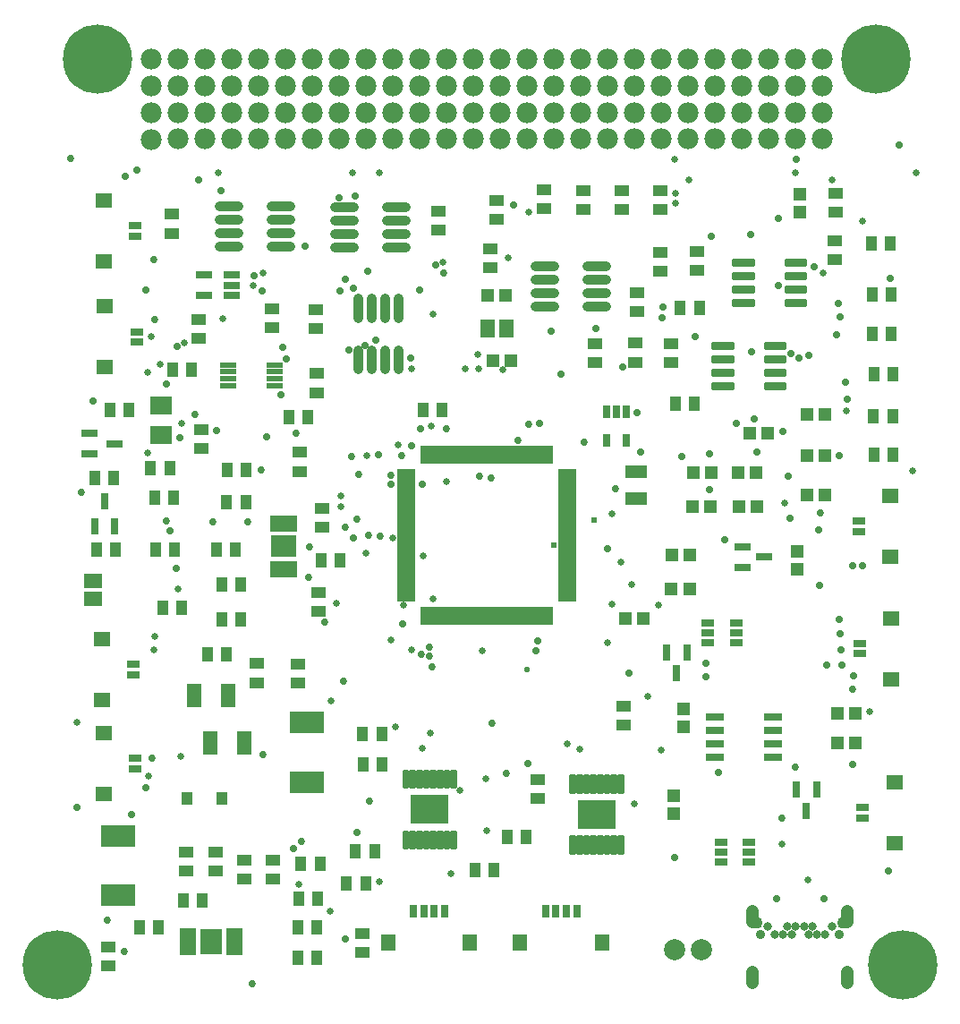
<source format=gbr>
G04 EAGLE Gerber RS-274X export*
G75*
%MOMM*%
%FSLAX34Y34*%
%LPD*%
%INSoldermask Bottom*%
%IPPOS*%
%AMOC8*
5,1,8,0,0,1.08239X$1,22.5*%
G01*
%ADD10R,1.003200X1.403200*%
%ADD11R,1.403200X1.003200*%
%ADD12R,1.403200X2.203200*%
%ADD13R,1.303200X1.203200*%
%ADD14R,1.016000X1.244600*%
%ADD15C,6.553200*%
%ADD16C,1.981200*%
%ADD17R,1.203200X0.753200*%
%ADD18R,1.503200X1.463200*%
%ADD19R,0.753200X1.203200*%
%ADD20R,1.463200X1.503200*%
%ADD21R,1.343200X1.673200*%
%ADD22R,1.203200X1.303200*%
%ADD23C,0.306600*%
%ADD24R,3.603200X2.683200*%
%ADD25R,1.524000X0.762000*%
%ADD26R,0.762000X1.524000*%
%ADD27R,1.676400X0.482600*%
%ADD28R,0.482600X1.676400*%
%ADD29R,1.524000X0.609600*%
%ADD30R,0.482600X1.600200*%
%ADD31R,2.362200X2.133600*%
%ADD32R,1.600200X0.482600*%
%ADD33R,2.133600X2.362200*%
%ADD34R,0.762000X1.625600*%
%ADD35C,0.903200*%
%ADD36C,0.803200*%
%ADD37C,1.203200*%
%ADD38C,1.103200*%
%ADD39C,0.903200*%
%ADD40R,2.103200X1.303200*%
%ADD41R,3.200400X2.159000*%
%ADD42R,1.663700X0.762000*%
%ADD43R,1.193800X0.711200*%
%ADD44R,0.711200X1.181100*%
%ADD45R,1.673200X1.403200*%
%ADD46C,0.353406*%
%ADD47R,1.524000X0.711200*%
%ADD48R,2.003200X1.803200*%
%ADD49C,0.660400*%
%ADD50C,0.584200*%
%ADD51C,0.728200*%
%ADD52C,0.698500*%
%ADD53C,0.698200*%
%ADD54C,2.003200*%
%ADD55C,0.736600*%
%ADD56C,0.653200*%
%ADD57C,0.713200*%
%ADD58C,0.622300*%


D10*
X281252Y146464D03*
X299252Y146464D03*
D11*
X158916Y742794D03*
X158916Y760794D03*
D10*
X396870Y575684D03*
X414870Y575684D03*
D11*
X460114Y728057D03*
X460114Y710057D03*
X278750Y335467D03*
X278750Y317467D03*
X298142Y402939D03*
X298142Y384939D03*
X280119Y517690D03*
X280119Y535690D03*
D10*
X224053Y410625D03*
X206053Y410625D03*
D12*
X180335Y305671D03*
X212335Y305671D03*
D10*
X160739Y492588D03*
X142739Y492588D03*
X156839Y520508D03*
X138839Y520508D03*
X168597Y388696D03*
X150597Y388696D03*
X161740Y443314D03*
X143740Y443314D03*
D11*
X255016Y131970D03*
X255016Y149970D03*
D10*
X146668Y86106D03*
X128668Y86106D03*
D11*
X99060Y49674D03*
X99060Y67674D03*
D10*
X278274Y86444D03*
X296274Y86444D03*
D11*
X172212Y139590D03*
X172212Y157590D03*
D12*
X195592Y260652D03*
X227592Y260652D03*
D10*
X228975Y488901D03*
X210975Y488901D03*
D13*
X462670Y622046D03*
X479670Y622046D03*
X457844Y684530D03*
X474844Y684530D03*
X759955Y495173D03*
X776955Y495173D03*
X759862Y532916D03*
X776862Y532916D03*
X759914Y571473D03*
X776914Y571473D03*
X722846Y553481D03*
X705846Y553481D03*
X711732Y516801D03*
X694732Y516801D03*
X669417Y516496D03*
X652417Y516496D03*
X669054Y484138D03*
X652054Y484138D03*
D11*
X295854Y610089D03*
X295854Y592089D03*
D10*
X269547Y569183D03*
X287547Y569183D03*
X192848Y344325D03*
X210848Y344325D03*
D14*
X206050Y208602D03*
X173030Y208602D03*
D15*
X50800Y50800D03*
X850900Y50800D03*
X825500Y908050D03*
X88900Y908050D03*
D16*
X774700Y908050D03*
X774700Y882650D03*
X139700Y908050D03*
X139700Y882650D03*
X749300Y908050D03*
X749300Y882650D03*
X723900Y908050D03*
X723900Y882650D03*
X698500Y908050D03*
X698500Y882650D03*
X673100Y908050D03*
X673100Y882650D03*
X647700Y908050D03*
X647700Y882650D03*
X622300Y908050D03*
X622300Y882650D03*
X596900Y908050D03*
X596900Y882650D03*
X571500Y908050D03*
X571500Y882650D03*
X546100Y908050D03*
X546100Y882650D03*
X520700Y908050D03*
X520700Y882650D03*
X495300Y908050D03*
X495300Y882650D03*
X469900Y908050D03*
X469900Y882650D03*
X444500Y908050D03*
X444500Y882650D03*
X419100Y908050D03*
X419100Y882650D03*
X393700Y908050D03*
X393700Y882650D03*
X368300Y908050D03*
X368300Y882650D03*
X342900Y908050D03*
X342900Y882650D03*
X317500Y908050D03*
X317500Y882650D03*
X292100Y908050D03*
X292100Y882650D03*
X266700Y908050D03*
X266700Y882650D03*
X241300Y908050D03*
X241300Y882650D03*
X215900Y908050D03*
X215900Y882650D03*
X190500Y908050D03*
X190500Y882650D03*
X165100Y908050D03*
X165100Y882650D03*
X774700Y857250D03*
X774700Y832231D03*
X139700Y857250D03*
X139700Y831850D03*
X749300Y857250D03*
X749300Y832231D03*
X723900Y857250D03*
X723900Y832231D03*
X698500Y857250D03*
X698500Y832231D03*
X673100Y857250D03*
X673100Y832231D03*
X647700Y857250D03*
X647700Y832231D03*
X622300Y857250D03*
X622300Y832231D03*
X596900Y857250D03*
X596900Y832231D03*
X571500Y857250D03*
X571500Y832231D03*
X546100Y857250D03*
X546100Y832231D03*
X520700Y857250D03*
X520700Y832231D03*
X495300Y857250D03*
X495300Y832231D03*
X469900Y857250D03*
X469900Y832231D03*
X444500Y857250D03*
X444500Y832231D03*
X419100Y857250D03*
X419100Y832231D03*
X393700Y857250D03*
X393700Y832231D03*
X368300Y857250D03*
X368300Y832231D03*
X342900Y857250D03*
X342900Y832231D03*
X317500Y857250D03*
X317500Y832231D03*
X292100Y857250D03*
X292100Y832231D03*
X266700Y857250D03*
X266700Y832231D03*
X241300Y857250D03*
X241300Y832231D03*
X215900Y857250D03*
X215900Y832231D03*
X190500Y857250D03*
X190500Y832231D03*
X165100Y857250D03*
X165100Y832231D03*
D17*
X809709Y355117D03*
X809709Y345117D03*
D18*
X839609Y378867D03*
X839609Y321317D03*
D17*
X812800Y199748D03*
X812800Y189748D03*
D18*
X842700Y223498D03*
X842700Y165948D03*
D17*
X125576Y639802D03*
X125576Y649802D03*
D18*
X95676Y616052D03*
X95676Y673602D03*
D17*
X124460Y739979D03*
X124460Y749979D03*
D18*
X94560Y716229D03*
X94560Y773779D03*
D19*
X542455Y101693D03*
X532455Y101693D03*
X522455Y101693D03*
X512455Y101693D03*
D20*
X566205Y71793D03*
X488655Y71793D03*
D19*
X417413Y101777D03*
X407413Y101777D03*
X397413Y101777D03*
X387413Y101777D03*
D20*
X441163Y71877D03*
X363613Y71877D03*
D21*
X457952Y652526D03*
X475752Y652526D03*
D13*
X631760Y406092D03*
X648760Y406092D03*
D22*
X634239Y211108D03*
X634239Y194108D03*
D13*
X788860Y261233D03*
X805860Y261233D03*
X805960Y288904D03*
X788960Y288904D03*
D11*
X239684Y317783D03*
X239684Y335783D03*
D10*
X201353Y443791D03*
X219353Y443791D03*
X229455Y519027D03*
X211455Y519027D03*
X224053Y377606D03*
X206053Y377606D03*
D11*
X586570Y295851D03*
X586570Y277851D03*
X504952Y225916D03*
X504952Y207916D03*
D10*
X463914Y140716D03*
X445914Y140716D03*
X324422Y128278D03*
X342422Y128278D03*
X187942Y112200D03*
X169942Y112200D03*
D11*
X227584Y150224D03*
X227584Y132224D03*
D10*
X278867Y113538D03*
X296867Y113538D03*
D11*
X200406Y139844D03*
X200406Y157844D03*
D10*
X840064Y685082D03*
X822064Y685082D03*
D13*
X712323Y484740D03*
X695323Y484740D03*
D10*
X476140Y171704D03*
X494140Y171704D03*
X332776Y158458D03*
X350776Y158458D03*
X177630Y613713D03*
X159630Y613713D03*
D11*
X186883Y557114D03*
X186883Y539114D03*
X295406Y670536D03*
X295406Y652536D03*
X253365Y653486D03*
X253365Y671486D03*
D13*
X605400Y378460D03*
X588400Y378460D03*
D22*
X750993Y424745D03*
X750993Y441745D03*
D13*
X649460Y439030D03*
X632460Y439030D03*
D23*
X585369Y171673D02*
X585369Y157007D01*
X582303Y157007D01*
X582303Y171673D01*
X585369Y171673D01*
X585369Y159920D02*
X582303Y159920D01*
X582303Y162833D02*
X585369Y162833D01*
X585369Y165746D02*
X582303Y165746D01*
X582303Y168659D02*
X585369Y168659D01*
X585369Y171572D02*
X582303Y171572D01*
X578869Y171673D02*
X578869Y157007D01*
X575803Y157007D01*
X575803Y171673D01*
X578869Y171673D01*
X578869Y159920D02*
X575803Y159920D01*
X575803Y162833D02*
X578869Y162833D01*
X578869Y165746D02*
X575803Y165746D01*
X575803Y168659D02*
X578869Y168659D01*
X578869Y171572D02*
X575803Y171572D01*
X572369Y171673D02*
X572369Y157007D01*
X569303Y157007D01*
X569303Y171673D01*
X572369Y171673D01*
X572369Y159920D02*
X569303Y159920D01*
X569303Y162833D02*
X572369Y162833D01*
X572369Y165746D02*
X569303Y165746D01*
X569303Y168659D02*
X572369Y168659D01*
X572369Y171572D02*
X569303Y171572D01*
X565869Y171673D02*
X565869Y157007D01*
X562803Y157007D01*
X562803Y171673D01*
X565869Y171673D01*
X565869Y159920D02*
X562803Y159920D01*
X562803Y162833D02*
X565869Y162833D01*
X565869Y165746D02*
X562803Y165746D01*
X562803Y168659D02*
X565869Y168659D01*
X565869Y171572D02*
X562803Y171572D01*
X559369Y171673D02*
X559369Y157007D01*
X556303Y157007D01*
X556303Y171673D01*
X559369Y171673D01*
X559369Y159920D02*
X556303Y159920D01*
X556303Y162833D02*
X559369Y162833D01*
X559369Y165746D02*
X556303Y165746D01*
X556303Y168659D02*
X559369Y168659D01*
X559369Y171572D02*
X556303Y171572D01*
X552869Y171673D02*
X552869Y157007D01*
X549803Y157007D01*
X549803Y171673D01*
X552869Y171673D01*
X552869Y159920D02*
X549803Y159920D01*
X549803Y162833D02*
X552869Y162833D01*
X552869Y165746D02*
X549803Y165746D01*
X549803Y168659D02*
X552869Y168659D01*
X552869Y171572D02*
X549803Y171572D01*
X546369Y171673D02*
X546369Y157007D01*
X543303Y157007D01*
X543303Y171673D01*
X546369Y171673D01*
X546369Y159920D02*
X543303Y159920D01*
X543303Y162833D02*
X546369Y162833D01*
X546369Y165746D02*
X543303Y165746D01*
X543303Y168659D02*
X546369Y168659D01*
X546369Y171572D02*
X543303Y171572D01*
X539869Y171673D02*
X539869Y157007D01*
X536803Y157007D01*
X536803Y171673D01*
X539869Y171673D01*
X539869Y159920D02*
X536803Y159920D01*
X536803Y162833D02*
X539869Y162833D01*
X539869Y165746D02*
X536803Y165746D01*
X536803Y168659D02*
X539869Y168659D01*
X539869Y171572D02*
X536803Y171572D01*
X539869Y214407D02*
X539869Y229073D01*
X539869Y214407D02*
X536803Y214407D01*
X536803Y229073D01*
X539869Y229073D01*
X539869Y217320D02*
X536803Y217320D01*
X536803Y220233D02*
X539869Y220233D01*
X539869Y223146D02*
X536803Y223146D01*
X536803Y226059D02*
X539869Y226059D01*
X539869Y228972D02*
X536803Y228972D01*
X546369Y229073D02*
X546369Y214407D01*
X543303Y214407D01*
X543303Y229073D01*
X546369Y229073D01*
X546369Y217320D02*
X543303Y217320D01*
X543303Y220233D02*
X546369Y220233D01*
X546369Y223146D02*
X543303Y223146D01*
X543303Y226059D02*
X546369Y226059D01*
X546369Y228972D02*
X543303Y228972D01*
X552869Y229073D02*
X552869Y214407D01*
X549803Y214407D01*
X549803Y229073D01*
X552869Y229073D01*
X552869Y217320D02*
X549803Y217320D01*
X549803Y220233D02*
X552869Y220233D01*
X552869Y223146D02*
X549803Y223146D01*
X549803Y226059D02*
X552869Y226059D01*
X552869Y228972D02*
X549803Y228972D01*
X559369Y229073D02*
X559369Y214407D01*
X556303Y214407D01*
X556303Y229073D01*
X559369Y229073D01*
X559369Y217320D02*
X556303Y217320D01*
X556303Y220233D02*
X559369Y220233D01*
X559369Y223146D02*
X556303Y223146D01*
X556303Y226059D02*
X559369Y226059D01*
X559369Y228972D02*
X556303Y228972D01*
X565869Y229073D02*
X565869Y214407D01*
X562803Y214407D01*
X562803Y229073D01*
X565869Y229073D01*
X565869Y217320D02*
X562803Y217320D01*
X562803Y220233D02*
X565869Y220233D01*
X565869Y223146D02*
X562803Y223146D01*
X562803Y226059D02*
X565869Y226059D01*
X565869Y228972D02*
X562803Y228972D01*
X572369Y229073D02*
X572369Y214407D01*
X569303Y214407D01*
X569303Y229073D01*
X572369Y229073D01*
X572369Y217320D02*
X569303Y217320D01*
X569303Y220233D02*
X572369Y220233D01*
X572369Y223146D02*
X569303Y223146D01*
X569303Y226059D02*
X572369Y226059D01*
X572369Y228972D02*
X569303Y228972D01*
X578869Y229073D02*
X578869Y214407D01*
X575803Y214407D01*
X575803Y229073D01*
X578869Y229073D01*
X578869Y217320D02*
X575803Y217320D01*
X575803Y220233D02*
X578869Y220233D01*
X578869Y223146D02*
X575803Y223146D01*
X575803Y226059D02*
X578869Y226059D01*
X578869Y228972D02*
X575803Y228972D01*
X585369Y229073D02*
X585369Y214407D01*
X582303Y214407D01*
X582303Y229073D01*
X585369Y229073D01*
X585369Y217320D02*
X582303Y217320D01*
X582303Y220233D02*
X585369Y220233D01*
X585369Y223146D02*
X582303Y223146D01*
X582303Y226059D02*
X585369Y226059D01*
X585369Y228972D02*
X582303Y228972D01*
D24*
X561086Y193040D03*
D25*
X699485Y427118D03*
X699485Y446168D03*
X719805Y436643D03*
D26*
X750005Y217164D03*
X769055Y217164D03*
X759530Y196844D03*
D27*
X533400Y517200D03*
X533400Y512200D03*
X533400Y507200D03*
X533400Y502200D03*
X533400Y497200D03*
X533400Y492200D03*
X533400Y487200D03*
X533400Y482200D03*
X533400Y477200D03*
X533400Y472200D03*
X533400Y467200D03*
X533400Y462200D03*
X533400Y457200D03*
X533400Y452200D03*
X533400Y447200D03*
X533400Y442200D03*
X533400Y437200D03*
X533400Y432200D03*
X533400Y427200D03*
X533400Y422200D03*
X533400Y417200D03*
X533400Y412200D03*
X533400Y407200D03*
X533400Y402200D03*
X533400Y397200D03*
D28*
X517200Y381000D03*
X512200Y381000D03*
X507200Y381000D03*
X502200Y381000D03*
X497200Y381000D03*
X492200Y381000D03*
X487200Y381000D03*
X482200Y381000D03*
X477200Y381000D03*
X472200Y381000D03*
X467200Y381000D03*
X462200Y381000D03*
X457200Y381000D03*
X452200Y381000D03*
X447200Y381000D03*
X442200Y381000D03*
X437200Y381000D03*
X432200Y381000D03*
X427200Y381000D03*
X422200Y381000D03*
X417200Y381000D03*
X412200Y381000D03*
X407200Y381000D03*
X402200Y381000D03*
X397200Y381000D03*
D27*
X381000Y397200D03*
X381000Y402200D03*
X381000Y407200D03*
X381000Y412200D03*
X381000Y417200D03*
X381000Y422200D03*
X381000Y427200D03*
X381000Y432200D03*
X381000Y437200D03*
X381000Y442200D03*
X381000Y447200D03*
X381000Y452200D03*
X381000Y457200D03*
X381000Y462200D03*
X381000Y467200D03*
X381000Y472200D03*
X381000Y477200D03*
X381000Y482200D03*
X381000Y487200D03*
X381000Y492200D03*
X381000Y497200D03*
X381000Y502200D03*
X381000Y507200D03*
X381000Y512200D03*
X381000Y517200D03*
D28*
X397200Y533400D03*
X402200Y533400D03*
X407200Y533400D03*
X412200Y533400D03*
X417200Y533400D03*
X422200Y533400D03*
X427200Y533400D03*
X432200Y533400D03*
X437200Y533400D03*
X442200Y533400D03*
X447200Y533400D03*
X452200Y533400D03*
X457200Y533400D03*
X462200Y533400D03*
X467200Y533400D03*
X472200Y533400D03*
X477200Y533400D03*
X482200Y533400D03*
X487200Y533400D03*
X492200Y533400D03*
X497200Y533400D03*
X502200Y533400D03*
X507200Y533400D03*
X512200Y533400D03*
X517200Y533400D03*
D29*
X256558Y618496D03*
X256558Y611993D03*
X256558Y605491D03*
X256558Y598988D03*
X212362Y598988D03*
X212362Y605491D03*
X212362Y611993D03*
X212362Y618496D03*
D23*
X427255Y176469D02*
X427255Y161803D01*
X424189Y161803D01*
X424189Y176469D01*
X427255Y176469D01*
X427255Y164716D02*
X424189Y164716D01*
X424189Y167629D02*
X427255Y167629D01*
X427255Y170542D02*
X424189Y170542D01*
X424189Y173455D02*
X427255Y173455D01*
X427255Y176368D02*
X424189Y176368D01*
X420755Y176469D02*
X420755Y161803D01*
X417689Y161803D01*
X417689Y176469D01*
X420755Y176469D01*
X420755Y164716D02*
X417689Y164716D01*
X417689Y167629D02*
X420755Y167629D01*
X420755Y170542D02*
X417689Y170542D01*
X417689Y173455D02*
X420755Y173455D01*
X420755Y176368D02*
X417689Y176368D01*
X414255Y176469D02*
X414255Y161803D01*
X411189Y161803D01*
X411189Y176469D01*
X414255Y176469D01*
X414255Y164716D02*
X411189Y164716D01*
X411189Y167629D02*
X414255Y167629D01*
X414255Y170542D02*
X411189Y170542D01*
X411189Y173455D02*
X414255Y173455D01*
X414255Y176368D02*
X411189Y176368D01*
X407755Y176469D02*
X407755Y161803D01*
X404689Y161803D01*
X404689Y176469D01*
X407755Y176469D01*
X407755Y164716D02*
X404689Y164716D01*
X404689Y167629D02*
X407755Y167629D01*
X407755Y170542D02*
X404689Y170542D01*
X404689Y173455D02*
X407755Y173455D01*
X407755Y176368D02*
X404689Y176368D01*
X401255Y176469D02*
X401255Y161803D01*
X398189Y161803D01*
X398189Y176469D01*
X401255Y176469D01*
X401255Y164716D02*
X398189Y164716D01*
X398189Y167629D02*
X401255Y167629D01*
X401255Y170542D02*
X398189Y170542D01*
X398189Y173455D02*
X401255Y173455D01*
X401255Y176368D02*
X398189Y176368D01*
X394755Y176469D02*
X394755Y161803D01*
X391689Y161803D01*
X391689Y176469D01*
X394755Y176469D01*
X394755Y164716D02*
X391689Y164716D01*
X391689Y167629D02*
X394755Y167629D01*
X394755Y170542D02*
X391689Y170542D01*
X391689Y173455D02*
X394755Y173455D01*
X394755Y176368D02*
X391689Y176368D01*
X388255Y176469D02*
X388255Y161803D01*
X385189Y161803D01*
X385189Y176469D01*
X388255Y176469D01*
X388255Y164716D02*
X385189Y164716D01*
X385189Y167629D02*
X388255Y167629D01*
X388255Y170542D02*
X385189Y170542D01*
X385189Y173455D02*
X388255Y173455D01*
X388255Y176368D02*
X385189Y176368D01*
X381755Y176469D02*
X381755Y161803D01*
X378689Y161803D01*
X378689Y176469D01*
X381755Y176469D01*
X381755Y164716D02*
X378689Y164716D01*
X378689Y167629D02*
X381755Y167629D01*
X381755Y170542D02*
X378689Y170542D01*
X378689Y173455D02*
X381755Y173455D01*
X381755Y176368D02*
X378689Y176368D01*
X381755Y219203D02*
X381755Y233869D01*
X381755Y219203D02*
X378689Y219203D01*
X378689Y233869D01*
X381755Y233869D01*
X381755Y222116D02*
X378689Y222116D01*
X378689Y225029D02*
X381755Y225029D01*
X381755Y227942D02*
X378689Y227942D01*
X378689Y230855D02*
X381755Y230855D01*
X381755Y233768D02*
X378689Y233768D01*
X388255Y233869D02*
X388255Y219203D01*
X385189Y219203D01*
X385189Y233869D01*
X388255Y233869D01*
X388255Y222116D02*
X385189Y222116D01*
X385189Y225029D02*
X388255Y225029D01*
X388255Y227942D02*
X385189Y227942D01*
X385189Y230855D02*
X388255Y230855D01*
X388255Y233768D02*
X385189Y233768D01*
X394755Y233869D02*
X394755Y219203D01*
X391689Y219203D01*
X391689Y233869D01*
X394755Y233869D01*
X394755Y222116D02*
X391689Y222116D01*
X391689Y225029D02*
X394755Y225029D01*
X394755Y227942D02*
X391689Y227942D01*
X391689Y230855D02*
X394755Y230855D01*
X394755Y233768D02*
X391689Y233768D01*
X401255Y233869D02*
X401255Y219203D01*
X398189Y219203D01*
X398189Y233869D01*
X401255Y233869D01*
X401255Y222116D02*
X398189Y222116D01*
X398189Y225029D02*
X401255Y225029D01*
X401255Y227942D02*
X398189Y227942D01*
X398189Y230855D02*
X401255Y230855D01*
X401255Y233768D02*
X398189Y233768D01*
X407755Y233869D02*
X407755Y219203D01*
X404689Y219203D01*
X404689Y233869D01*
X407755Y233869D01*
X407755Y222116D02*
X404689Y222116D01*
X404689Y225029D02*
X407755Y225029D01*
X407755Y227942D02*
X404689Y227942D01*
X404689Y230855D02*
X407755Y230855D01*
X407755Y233768D02*
X404689Y233768D01*
X414255Y233869D02*
X414255Y219203D01*
X411189Y219203D01*
X411189Y233869D01*
X414255Y233869D01*
X414255Y222116D02*
X411189Y222116D01*
X411189Y225029D02*
X414255Y225029D01*
X414255Y227942D02*
X411189Y227942D01*
X411189Y230855D02*
X414255Y230855D01*
X414255Y233768D02*
X411189Y233768D01*
X420755Y233869D02*
X420755Y219203D01*
X417689Y219203D01*
X417689Y233869D01*
X420755Y233869D01*
X420755Y222116D02*
X417689Y222116D01*
X417689Y225029D02*
X420755Y225029D01*
X420755Y227942D02*
X417689Y227942D01*
X417689Y230855D02*
X420755Y230855D01*
X420755Y233768D02*
X417689Y233768D01*
X427255Y233869D02*
X427255Y219203D01*
X424189Y219203D01*
X424189Y233869D01*
X427255Y233869D01*
X427255Y222116D02*
X424189Y222116D01*
X424189Y225029D02*
X427255Y225029D01*
X427255Y227942D02*
X424189Y227942D01*
X424189Y230855D02*
X427255Y230855D01*
X427255Y233768D02*
X424189Y233768D01*
D24*
X402972Y197836D03*
D30*
X274676Y424932D03*
X269673Y424932D03*
X264669Y424932D03*
X259665Y424932D03*
X254661Y424932D03*
X254661Y468620D03*
X259665Y468620D03*
X264669Y468620D03*
X269673Y468620D03*
X274676Y468620D03*
D31*
X264669Y446776D03*
D32*
X174244Y62890D03*
X174244Y67894D03*
X174244Y72898D03*
X174244Y77902D03*
X174244Y82906D03*
X217932Y82906D03*
X217932Y77902D03*
X217932Y72898D03*
X217932Y67894D03*
X217932Y62890D03*
D33*
X196088Y72898D03*
D34*
X627253Y346202D03*
X646303Y346202D03*
X636778Y326898D03*
D35*
X270990Y768604D02*
X252990Y768604D01*
X252990Y755904D02*
X270990Y755904D01*
X270990Y743204D02*
X252990Y743204D01*
X252990Y730504D02*
X270990Y730504D01*
X221990Y768604D02*
X203990Y768604D01*
X203990Y755904D02*
X221990Y755904D01*
X221990Y743204D02*
X203990Y743204D01*
X203990Y730504D02*
X221990Y730504D01*
X372872Y632370D02*
X372872Y614370D01*
X360172Y614370D02*
X360172Y632370D01*
X347472Y632370D02*
X347472Y614370D01*
X334772Y614370D02*
X334772Y632370D01*
X372872Y663370D02*
X372872Y681370D01*
X360172Y681370D02*
X360172Y663370D01*
X347472Y663370D02*
X347472Y681370D01*
X334772Y681370D02*
X334772Y663370D01*
X502398Y674184D02*
X520398Y674184D01*
X520398Y686884D02*
X502398Y686884D01*
X502398Y699584D02*
X520398Y699584D01*
X520398Y712284D02*
X502398Y712284D01*
X551398Y674184D02*
X569398Y674184D01*
X569398Y686884D02*
X551398Y686884D01*
X551398Y699584D02*
X569398Y699584D01*
X569398Y712284D02*
X551398Y712284D01*
D10*
X841730Y609624D03*
X823730Y609624D03*
D22*
X642876Y292643D03*
X642876Y275643D03*
D36*
X749432Y87010D03*
X741432Y87010D03*
X722932Y87010D03*
X757432Y87010D03*
X765432Y87010D03*
X783932Y87010D03*
X745432Y80010D03*
X737432Y80010D03*
X729432Y80010D03*
X761432Y80010D03*
X769432Y80010D03*
X777432Y80010D03*
D37*
X798432Y91510D02*
X798432Y101510D01*
D38*
X793932Y91010D03*
D37*
X708432Y91510D02*
X708432Y101510D01*
D38*
X712932Y91010D03*
D39*
X716182Y80010D03*
X790682Y80010D03*
D37*
X798432Y44010D02*
X798432Y34010D01*
X708432Y34010D02*
X708432Y44010D01*
D17*
X809156Y470510D03*
X809156Y460510D03*
D18*
X839056Y494260D03*
X839056Y436710D03*
D17*
X122836Y325222D03*
X122836Y335222D03*
D18*
X92936Y301472D03*
X92936Y359022D03*
D26*
X104930Y465867D03*
X85880Y465867D03*
X95405Y489743D03*
D25*
X80964Y534395D03*
X80964Y553445D03*
X104840Y543920D03*
D10*
X105544Y443286D03*
X87544Y443286D03*
X86016Y511540D03*
X104016Y511540D03*
D22*
X753072Y779768D03*
X753072Y762768D03*
D40*
X598510Y491946D03*
X598510Y516946D03*
D41*
X286842Y223642D03*
X286842Y280142D03*
X108204Y173030D03*
X108204Y116530D03*
D42*
X673254Y247639D03*
X673254Y260339D03*
X673254Y273039D03*
X673254Y285739D03*
X727737Y285739D03*
X727737Y273039D03*
X727737Y260339D03*
X727737Y247639D03*
D43*
X665926Y355286D03*
X665926Y364786D03*
X665926Y374286D03*
X692850Y374286D03*
X692850Y364786D03*
X692850Y355286D03*
X678388Y147821D03*
X678388Y157321D03*
X678388Y166821D03*
X705312Y166821D03*
X705312Y157321D03*
X705312Y147821D03*
D17*
X124206Y236474D03*
X124206Y246474D03*
D18*
X94306Y212724D03*
X94306Y270274D03*
D11*
X300990Y464964D03*
X300990Y482964D03*
D10*
X318118Y433324D03*
X300118Y433324D03*
X278528Y57912D03*
X296528Y57912D03*
D11*
X339320Y80714D03*
X339320Y62714D03*
X411064Y763692D03*
X411064Y745692D03*
D35*
X380210Y767842D02*
X362210Y767842D01*
X362210Y755142D02*
X380210Y755142D01*
X380210Y742442D02*
X362210Y742442D01*
X362210Y729742D02*
X380210Y729742D01*
X331210Y767842D02*
X313210Y767842D01*
X313210Y755142D02*
X331210Y755142D01*
X331210Y742442D02*
X313210Y742442D01*
X313210Y729742D02*
X331210Y729742D01*
D44*
X570446Y573941D03*
X579946Y573941D03*
X589446Y573941D03*
X589446Y546636D03*
X570446Y546636D03*
D11*
X466356Y756246D03*
X466356Y774246D03*
D45*
X84444Y396980D03*
X84444Y414180D03*
D11*
X787200Y762800D03*
X787200Y780800D03*
D46*
X758499Y717099D02*
X740301Y717099D01*
X758499Y717099D02*
X758499Y712601D01*
X740301Y712601D01*
X740301Y717099D01*
X740301Y715958D02*
X758499Y715958D01*
X758499Y704399D02*
X740301Y704399D01*
X758499Y704399D02*
X758499Y699901D01*
X740301Y699901D01*
X740301Y704399D01*
X740301Y703258D02*
X758499Y703258D01*
X758499Y691699D02*
X740301Y691699D01*
X758499Y691699D02*
X758499Y687201D01*
X740301Y687201D01*
X740301Y691699D01*
X740301Y690558D02*
X758499Y690558D01*
X758499Y678999D02*
X740301Y678999D01*
X758499Y678999D02*
X758499Y674501D01*
X740301Y674501D01*
X740301Y678999D01*
X740301Y677858D02*
X758499Y677858D01*
X709099Y678999D02*
X690901Y678999D01*
X709099Y678999D02*
X709099Y674501D01*
X690901Y674501D01*
X690901Y678999D01*
X690901Y677858D02*
X709099Y677858D01*
X709099Y691699D02*
X690901Y691699D01*
X709099Y691699D02*
X709099Y687201D01*
X690901Y687201D01*
X690901Y691699D01*
X690901Y690558D02*
X709099Y690558D01*
X709099Y704399D02*
X690901Y704399D01*
X709099Y704399D02*
X709099Y699901D01*
X690901Y699901D01*
X690901Y704399D01*
X690901Y703258D02*
X709099Y703258D01*
X709099Y717099D02*
X690901Y717099D01*
X709099Y717099D02*
X709099Y712601D01*
X690901Y712601D01*
X690901Y717099D01*
X690901Y715958D02*
X709099Y715958D01*
D10*
X840000Y647700D03*
X822000Y647700D03*
X841100Y570100D03*
X823100Y570100D03*
D46*
X738999Y638399D02*
X720801Y638399D01*
X738999Y638399D02*
X738999Y633901D01*
X720801Y633901D01*
X720801Y638399D01*
X720801Y637258D02*
X738999Y637258D01*
X738999Y625699D02*
X720801Y625699D01*
X738999Y625699D02*
X738999Y621201D01*
X720801Y621201D01*
X720801Y625699D01*
X720801Y624558D02*
X738999Y624558D01*
X738999Y612999D02*
X720801Y612999D01*
X738999Y612999D02*
X738999Y608501D01*
X720801Y608501D01*
X720801Y612999D01*
X720801Y611858D02*
X738999Y611858D01*
X738999Y600299D02*
X720801Y600299D01*
X738999Y600299D02*
X738999Y595801D01*
X720801Y595801D01*
X720801Y600299D01*
X720801Y599158D02*
X738999Y599158D01*
X689599Y600299D02*
X671401Y600299D01*
X689599Y600299D02*
X689599Y595801D01*
X671401Y595801D01*
X671401Y600299D01*
X671401Y599158D02*
X689599Y599158D01*
X689599Y612999D02*
X671401Y612999D01*
X689599Y612999D02*
X689599Y608501D01*
X671401Y608501D01*
X671401Y612999D01*
X671401Y611858D02*
X689599Y611858D01*
X689599Y625699D02*
X671401Y625699D01*
X689599Y625699D02*
X689599Y621201D01*
X671401Y621201D01*
X671401Y625699D01*
X671401Y624558D02*
X689599Y624558D01*
X689599Y638399D02*
X671401Y638399D01*
X689599Y638399D02*
X689599Y633901D01*
X671401Y633901D01*
X671401Y638399D01*
X671401Y637258D02*
X689599Y637258D01*
D10*
X838900Y733200D03*
X820900Y733200D03*
X823600Y533700D03*
X841600Y533700D03*
D11*
X786700Y736000D03*
X786700Y718000D03*
X621200Y725200D03*
X621200Y707200D03*
D10*
X658100Y672500D03*
X640100Y672500D03*
D11*
X656300Y725800D03*
X656300Y707800D03*
X598800Y668600D03*
X598800Y686600D03*
X597800Y638900D03*
X597800Y620900D03*
D10*
X653200Y581400D03*
X635200Y581400D03*
D11*
X631100Y638400D03*
X631100Y620400D03*
X559600Y620500D03*
X559600Y638500D03*
D10*
X339500Y269200D03*
X357500Y269200D03*
X340300Y240300D03*
X358300Y240300D03*
D11*
X548100Y765500D03*
X548100Y783500D03*
X584500Y765300D03*
X584500Y783300D03*
X511400Y766300D03*
X511400Y784300D03*
X621500Y765300D03*
X621500Y783300D03*
D47*
X215654Y703200D03*
X215654Y693700D03*
X215654Y684200D03*
X189746Y684200D03*
X189746Y703200D03*
D11*
X184300Y661400D03*
X184300Y643400D03*
D48*
X149200Y580100D03*
X149200Y552100D03*
D10*
X100200Y575700D03*
X118200Y575700D03*
D49*
X863600Y800100D03*
X860044Y518413D03*
X596900Y203200D03*
D50*
X495300Y330200D03*
D51*
X496300Y241100D03*
X334300Y176300D03*
D49*
X456438Y226822D03*
X422800Y136900D03*
X449644Y615130D03*
X168373Y563147D03*
X206950Y662460D03*
D52*
X243840Y518922D03*
D53*
X231140Y469646D03*
X197612Y469900D03*
D49*
X330200Y800100D03*
X386118Y615114D03*
X609600Y304800D03*
X405892Y396748D03*
X372782Y542914D03*
D54*
X634600Y65000D03*
D49*
X147828Y618744D03*
X203200Y800100D03*
D55*
X273812Y161036D03*
D49*
X533146Y260096D03*
X395732Y255778D03*
X749300Y800100D03*
D55*
X354792Y533128D03*
X163068Y425704D03*
X330454Y454660D03*
D51*
X341600Y637100D03*
X322900Y699300D03*
X682600Y452600D03*
D49*
X571500Y355600D03*
X370600Y275862D03*
D55*
X571500Y444500D03*
D49*
X165100Y406400D03*
X135675Y611420D03*
X622300Y254000D03*
X457200Y177800D03*
D52*
X281940Y167894D03*
D56*
X136592Y229460D03*
X167132Y248158D03*
D52*
X345948Y205994D03*
D49*
X245596Y705286D03*
D57*
X791464Y363728D03*
X771144Y462534D03*
D51*
X761600Y627000D03*
X750000Y813000D03*
X744300Y473600D03*
X733360Y757368D03*
D55*
X676490Y232834D03*
X323342Y75184D03*
X635000Y152400D03*
D52*
X142155Y718060D03*
D51*
X622814Y662562D03*
X599600Y573300D03*
X482100Y769600D03*
X317600Y776500D03*
X266900Y624000D03*
X164300Y635900D03*
D55*
X134568Y689454D03*
D49*
X436626Y614680D03*
X635000Y812800D03*
D51*
X518200Y650200D03*
D49*
X635678Y780626D03*
X472174Y613806D03*
X453136Y347980D03*
X448310Y627888D03*
X784098Y793496D03*
D58*
X520446Y447548D03*
X558292Y471932D03*
D49*
X396494Y437642D03*
X69088Y280416D03*
X619736Y390906D03*
X139192Y645414D03*
X170408Y639376D03*
D54*
X660000Y65000D03*
D57*
X778428Y334198D03*
D56*
X797700Y574600D03*
D51*
X327000Y632600D03*
X377800Y373400D03*
X803600Y240900D03*
X394300Y558300D03*
X396100Y505200D03*
X262200Y590400D03*
X560600Y653000D03*
X745100Y629300D03*
D56*
X415100Y715200D03*
D51*
X791500Y663900D03*
D49*
X136360Y535172D03*
X355600Y800100D03*
X477098Y720004D03*
X319024Y494430D03*
D51*
X731400Y113500D03*
D49*
X319116Y484570D03*
D51*
X775900Y113400D03*
X790800Y533000D03*
X157100Y461100D03*
X121200Y193146D03*
X623900Y673400D03*
X712700Y535600D03*
X812900Y428400D03*
D55*
X114714Y797046D03*
D51*
X766900Y711500D03*
D49*
X142494Y361442D03*
X314706Y392938D03*
D52*
X486664Y547370D03*
D49*
X142240Y349250D03*
D52*
X304038Y375243D03*
X496824Y562610D03*
D49*
X775500Y705100D03*
X761200Y131000D03*
D52*
X366522Y513842D03*
D51*
X838600Y700500D03*
D49*
X812800Y754000D03*
X736600Y165100D03*
D52*
X376174Y532384D03*
D49*
X594360Y410464D03*
D52*
X449834Y513334D03*
D57*
X772160Y409702D03*
X591820Y327152D03*
D49*
X575418Y392254D03*
D52*
X405130Y332994D03*
D57*
X790194Y377698D03*
D52*
X402844Y342646D03*
D57*
X792018Y349244D03*
X503174Y348234D03*
X664210Y336042D03*
D52*
X402844Y351282D03*
D57*
X793464Y334172D03*
D49*
X355200Y129282D03*
X309118Y101600D03*
X235705Y693575D03*
D52*
X356616Y456438D03*
D51*
X205800Y782800D03*
D49*
X406430Y666116D03*
X343716Y532848D03*
D52*
X334010Y472440D03*
D51*
X236900Y702600D03*
X285300Y730300D03*
D52*
X328930Y531876D03*
X323342Y464820D03*
D49*
X404718Y560116D03*
X496970Y762514D03*
X431800Y215900D03*
X343053Y439986D03*
X309900Y300800D03*
D52*
X288290Y417068D03*
X289306Y446024D03*
D49*
X368046Y454406D03*
X377952Y391414D03*
X419100Y508000D03*
X366696Y358390D03*
D52*
X245118Y249954D03*
X475742Y231648D03*
X321310Y319532D03*
D49*
X545338Y255016D03*
X279400Y127000D03*
X403606Y269748D03*
X385826Y348996D03*
X584200Y431800D03*
D52*
X549582Y545218D03*
D49*
X819150Y290830D03*
D52*
X395494Y344686D03*
X461774Y279842D03*
D57*
X803910Y324104D03*
X664368Y323606D03*
D51*
X506730Y563372D03*
X248666Y550468D03*
D49*
X575564Y477520D03*
X739140Y487680D03*
D52*
X773176Y478536D03*
X802894Y311912D03*
X748792Y237998D03*
X736346Y189738D03*
X63500Y813562D03*
X73406Y497840D03*
X114300Y63500D03*
D55*
X837184Y139700D03*
X847598Y826008D03*
D51*
X69596Y200152D03*
D52*
X98044Y93472D03*
X153670Y470662D03*
D56*
X635254Y771398D03*
D52*
X139954Y246380D03*
X142494Y661670D03*
X235084Y32942D03*
D56*
X648718Y793750D03*
D51*
X789900Y676500D03*
D52*
X336296Y515112D03*
X461518Y511556D03*
X579162Y501594D03*
D51*
X667400Y500000D03*
D53*
X276666Y553866D03*
X416280Y705690D03*
D51*
X393300Y689500D03*
X264160Y634746D03*
D53*
X345440Y457200D03*
X181102Y571754D03*
D51*
X641858Y532130D03*
X602234Y536194D03*
D53*
X419100Y558292D03*
D51*
X384700Y625000D03*
X366800Y505100D03*
X331100Y690800D03*
X332900Y778200D03*
X244200Y688400D03*
X344300Y706900D03*
X318400Y688600D03*
X408300Y713100D03*
X351700Y641900D03*
X505100Y357400D03*
X527400Y609300D03*
X733000Y693700D03*
X710100Y567500D03*
X796900Y602400D03*
X667400Y534600D03*
X752800Y624800D03*
X788200Y646600D03*
X707500Y631200D03*
X797800Y585700D03*
X737500Y555600D03*
X669700Y740200D03*
X126100Y802700D03*
X184100Y793300D03*
X706500Y741400D03*
X742700Y512700D03*
X166900Y549900D03*
X386000Y541500D03*
X201700Y556600D03*
X134300Y218800D03*
X654100Y645400D03*
X693200Y562700D03*
X803500Y428600D03*
X84200Y584600D03*
X585800Y616300D03*
X154200Y600300D03*
M02*

</source>
